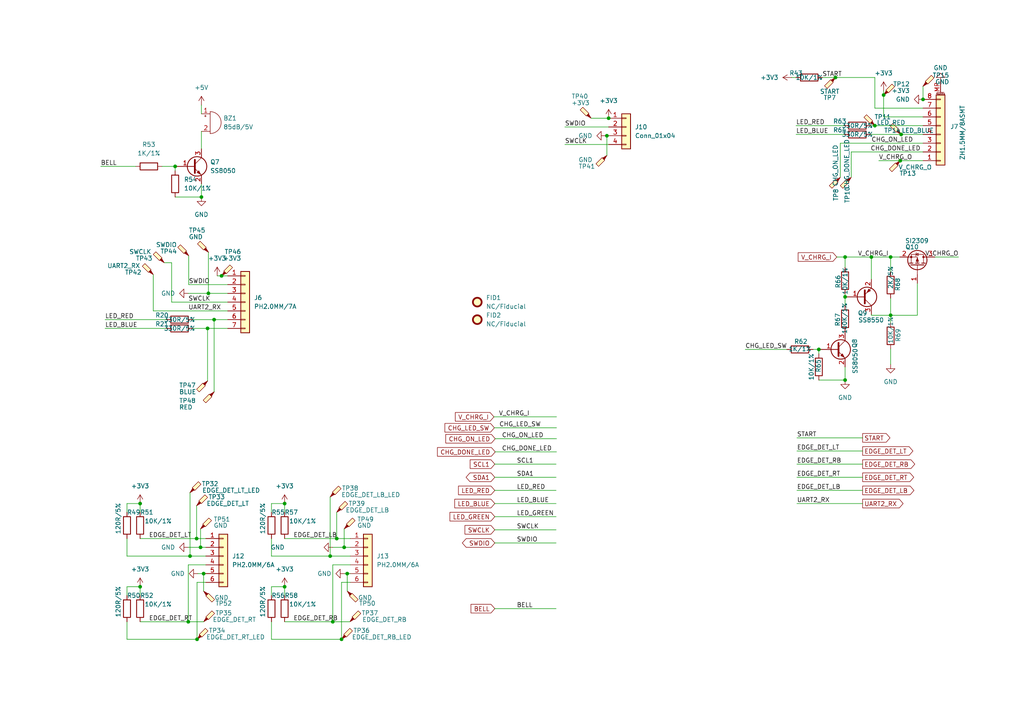
<source format=kicad_sch>
(kicad_sch (version 20231120) (generator "eeschema") (generator_version "8.0")
  (paper "A4")
  (lib_symbols
    (symbol "Connector:TestPoint_Probe" (pin_numbers hide) (pin_names (offset 0.762) hide)
      (property "Reference" "TP" (at 1.651 5.842 0))
      (property "Value" "TestPoint_Probe" (at 1.651 4.064 0))
      (symbol "TestPoint_Probe_0_1"
        (polyline (pts (xy 1.27 0.762) (xy 0 0) (xy 0.762 1.27) (xy 1.27 0.762)) (fill (type outline)))
        (polyline (pts (xy 1.397 0.635) (xy 0.635 1.397) (xy 2.413 3.175) (xy 3.175 2.413) (xy 1.397 0.635)) (fill (type background)))
      )
      (symbol "TestPoint_Probe_1_1"
        (pin passive line (at 0 0 90) (length 0) (name "1") (number "1"))
      )
    )
    (symbol "Connector_Generic:Conn_01x04" (pin_names (offset 1.016) hide)
      (property "Reference" "J" (at 0 5.08 0))
      (property "Value" "Conn_01x04" (at 0 -7.62 0))
      (symbol "Conn_01x04_1_1"
        (rectangle (start -1.27 -4.953) (end 0 -5.207) (stroke (width 0.1524)))
        (rectangle (start -1.27 -2.413) (end 0 -2.667) (stroke (width 0.1524)))
        (rectangle (start -1.27 0.127) (end 0 -0.127) (stroke (width 0.1524)))
        (rectangle (start -1.27 2.667) (end 0 2.413) (stroke (width 0.1524)))
        (rectangle (start -1.27 3.81) (end 1.27 -6.35) (stroke (width 0.254)) (fill (type background)))
        (pin passive line (at -5.08 2.54 0) (length 3.81) (name "Pin_1") (number "1"))
        (pin passive line (at -5.08 0 0) (length 3.81) (name "Pin_2") (number "2"))
        (pin passive line (at -5.08 -2.54 0) (length 3.81) (name "Pin_3") (number "3"))
        (pin passive line (at -5.08 -5.08 0) (length 3.81) (name "Pin_4") (number "4"))
      )
    )
    (symbol "Connector_Generic:Conn_01x06" (pin_names (offset 1.016) hide)
      (property "Reference" "J" (at 0 7.62 0))
      (property "Value" "Conn_01x06" (at 0 -10.16 0))
      (symbol "Conn_01x06_1_1"
        (rectangle (start -1.27 -7.493) (end 0 -7.747) (stroke (width 0.1524)))
        (rectangle (start -1.27 -4.953) (end 0 -5.207) (stroke (width 0.1524)))
        (rectangle (start -1.27 -2.413) (end 0 -2.667) (stroke (width 0.1524)))
        (rectangle (start -1.27 0.127) (end 0 -0.127) (stroke (width 0.1524)))
        (rectangle (start -1.27 2.667) (end 0 2.413) (stroke (width 0.1524)))
        (rectangle (start -1.27 5.207) (end 0 4.953) (stroke (width 0.1524)))
        (rectangle (start -1.27 6.35) (end 1.27 -8.89) (stroke (width 0.254)) (fill (type background)))
        (pin passive line (at -5.08 5.08 0) (length 3.81) (name "Pin_1") (number "1"))
        (pin passive line (at -5.08 2.54 0) (length 3.81) (name "Pin_2") (number "2"))
        (pin passive line (at -5.08 0 0) (length 3.81) (name "Pin_3") (number "3"))
        (pin passive line (at -5.08 -2.54 0) (length 3.81) (name "Pin_4") (number "4"))
        (pin passive line (at -5.08 -5.08 0) (length 3.81) (name "Pin_5") (number "5"))
        (pin passive line (at -5.08 -7.62 0) (length 3.81) (name "Pin_6") (number "6"))
      )
    )
    (symbol "Connector_Generic:Conn_01x07" (pin_names (offset 1.016) hide)
      (property "Reference" "J" (at 0 10.16 0))
      (property "Value" "Conn_01x07" (at 0 -10.16 0))
      (symbol "Conn_01x07_1_1"
        (rectangle (start -1.27 -7.493) (end 0 -7.747) (stroke (width 0.1524)))
        (rectangle (start -1.27 -4.953) (end 0 -5.207) (stroke (width 0.1524)))
        (rectangle (start -1.27 -2.413) (end 0 -2.667) (stroke (width 0.1524)))
        (rectangle (start -1.27 0.127) (end 0 -0.127) (stroke (width 0.1524)))
        (rectangle (start -1.27 2.667) (end 0 2.413) (stroke (width 0.1524)))
        (rectangle (start -1.27 5.207) (end 0 4.953) (stroke (width 0.1524)))
        (rectangle (start -1.27 7.747) (end 0 7.493) (stroke (width 0.1524)))
        (rectangle (start -1.27 8.89) (end 1.27 -8.89) (stroke (width 0.254)) (fill (type background)))
        (pin passive line (at -5.08 7.62 0) (length 3.81) (name "Pin_1") (number "1"))
        (pin passive line (at -5.08 5.08 0) (length 3.81) (name "Pin_2") (number "2"))
        (pin passive line (at -5.08 2.54 0) (length 3.81) (name "Pin_3") (number "3"))
        (pin passive line (at -5.08 0 0) (length 3.81) (name "Pin_4") (number "4"))
        (pin passive line (at -5.08 -2.54 0) (length 3.81) (name "Pin_5") (number "5"))
        (pin passive line (at -5.08 -5.08 0) (length 3.81) (name "Pin_6") (number "6"))
        (pin passive line (at -5.08 -7.62 0) (length 3.81) (name "Pin_7") (number "7"))
      )
    )
    (symbol "Connector_Generic_MountingPin:Conn_01x08_MountingPin" (pin_names (offset 1.016) hide)
      (property "Reference" "J" (at 0 10.16 0))
      (property "Value" "Conn_01x08_MountingPin" (at 1.27 -12.7 0))
      (symbol "Conn_01x08_MountingPin_1_1"
        (rectangle (start -1.27 -10.033) (end 0 -10.287) (stroke (width 0.1524)))
        (rectangle (start -1.27 -7.493) (end 0 -7.747) (stroke (width 0.1524)))
        (rectangle (start -1.27 -4.953) (end 0 -5.207) (stroke (width 0.1524)))
        (rectangle (start -1.27 -2.413) (end 0 -2.667) (stroke (width 0.1524)))
        (rectangle (start -1.27 0.127) (end 0 -0.127) (stroke (width 0.1524)))
        (rectangle (start -1.27 2.667) (end 0 2.413) (stroke (width 0.1524)))
        (rectangle (start -1.27 5.207) (end 0 4.953) (stroke (width 0.1524)))
        (rectangle (start -1.27 7.747) (end 0 7.493) (stroke (width 0.1524)))
        (rectangle (start -1.27 8.89) (end 1.27 -11.43) (stroke (width 0.254)) (fill (type background)))
        (polyline (pts (xy -1.016 -12.192) (xy 1.016 -12.192)) (stroke (width 0.1524)))
        (text "Mounting" (at 0 -11.811 0) (effects (font (size 0.381 0.381))))
        (pin passive line (at -5.08 7.62 0) (length 3.81) (name "Pin_1") (number "1"))
        (pin passive line (at -5.08 5.08 0) (length 3.81) (name "Pin_2") (number "2"))
        (pin passive line (at -5.08 2.54 0) (length 3.81) (name "Pin_3") (number "3"))
        (pin passive line (at -5.08 0 0) (length 3.81) (name "Pin_4") (number "4"))
        (pin passive line (at -5.08 -2.54 0) (length 3.81) (name "Pin_5") (number "5"))
        (pin passive line (at -5.08 -5.08 0) (length 3.81) (name "Pin_6") (number "6"))
        (pin passive line (at -5.08 -7.62 0) (length 3.81) (name "Pin_7") (number "7"))
        (pin passive line (at -5.08 -10.16 0) (length 3.81) (name "Pin_8") (number "8"))
        (pin passive line (at 0 -15.24 90) (length 3.048) (name "MountPin") (number "MP"))
      )
    )
    (symbol "Device:Buzzer" (pin_names (offset 0.0254) hide)
      (property "Reference" "BZ" (at 3.81 1.27 0))
      (property "Value" "Buzzer" (at 3.81 -1.27 0))
      (symbol "Buzzer_0_1"
        (arc (start 0 -3.175) (mid 3.1612 0) (end 0 3.175))
        (polyline (pts (xy -1.651 1.905) (xy -1.143 1.905)))
        (polyline (pts (xy -1.397 2.159) (xy -1.397 1.651)))
        (polyline (pts (xy 0 3.175) (xy 0 -3.175)))
      )
      (symbol "Buzzer_1_1"
        (pin passive line (at -2.54 2.54 0) (length 2.54) (name "-") (number "1"))
        (pin passive line (at -2.54 -2.54 0) (length 2.54) (name "+") (number "2"))
      )
    )
    (symbol "Device:Q_NPN_BEC" (pin_names (offset 0) hide)
      (property "Reference" "Q" (at 5.08 1.27 0))
      (property "Value" "Q_NPN_BEC" (at 5.08 -1.27 0))
      (symbol "Q_NPN_BEC_0_1"
        (polyline (pts (xy 0.635 0.635) (xy 2.54 2.54)))
        (polyline (pts (xy 0.635 -0.635) (xy 2.54 -2.54) (xy 2.54 -2.54)))
        (polyline (pts (xy 0.635 1.905) (xy 0.635 -1.905) (xy 0.635 -1.905)) (stroke (width 0.508)))
        (polyline (pts (xy 1.27 -1.778) (xy 1.778 -1.27) (xy 2.286 -2.286) (xy 1.27 -1.778) (xy 1.27 -1.778)) (fill (type outline)))
        (circle (center 1.27 0) (radius 2.8194) (stroke (width 0.254)))
      )
      (symbol "Q_NPN_BEC_1_1"
        (pin input line (at -5.08 0 0) (length 5.715) (name "B") (number "1"))
        (pin passive line (at 2.54 -5.08 90) (length 2.54) (name "E") (number "2"))
        (pin passive line (at 2.54 5.08 270) (length 2.54) (name "C") (number "3"))
      )
    )
    (symbol "Device:Q_PMOS_GSD" (pin_names (offset 0) hide)
      (property "Reference" "Q" (at 5.08 1.27 0))
      (property "Value" "Q_PMOS_GSD" (at 5.08 -1.27 0))
      (symbol "Q_PMOS_GSD_0_1"
        (polyline (pts (xy 0.254 0) (xy -2.54 0)))
        (polyline (pts (xy 0.254 1.905) (xy 0.254 -1.905)) (stroke (width 0.254)))
        (polyline (pts (xy 0.762 -1.27) (xy 0.762 -2.286)) (stroke (width 0.254)))
        (polyline (pts (xy 0.762 0.508) (xy 0.762 -0.508)) (stroke (width 0.254)))
        (polyline (pts (xy 0.762 2.286) (xy 0.762 1.27)) (stroke (width 0.254)))
        (polyline (pts (xy 2.54 2.54) (xy 2.54 1.778)))
        (polyline (pts (xy 2.54 -2.54) (xy 2.54 0) (xy 0.762 0)))
        (polyline (pts (xy 0.762 1.778) (xy 3.302 1.778) (xy 3.302 -1.778) (xy 0.762 -1.778)))
        (polyline (pts (xy 2.286 0) (xy 1.27 0.381) (xy 1.27 -0.381) (xy 2.286 0)) (fill (type outline)))
        (polyline (pts (xy 2.794 -0.508) (xy 2.921 -0.381) (xy 3.683 -0.381) (xy 3.81 -0.254)))
        (polyline (pts (xy 3.302 -0.381) (xy 2.921 0.254) (xy 3.683 0.254) (xy 3.302 -0.381)))
        (circle (center 1.651 0) (radius 2.794) (stroke (width 0.254)))
        (circle (center 2.54 -1.778) (radius 0.254) (fill (type outline)))
        (circle (center 2.54 1.778) (radius 0.254) (fill (type outline)))
      )
      (symbol "Q_PMOS_GSD_1_1"
        (pin input line (at -5.08 0 0) (length 2.54) (name "G") (number "1"))
        (pin passive line (at 2.54 -5.08 90) (length 2.54) (name "S") (number "2"))
        (pin passive line (at 2.54 5.08 270) (length 2.54) (name "D") (number "3"))
      )
    )
    (symbol "Device:Q_PNP_BEC" (pin_names (offset 0) hide)
      (property "Reference" "Q" (at 5.08 1.27 0))
      (property "Value" "Q_PNP_BEC" (at 5.08 -1.27 0))
      (symbol "Q_PNP_BEC_0_1"
        (polyline (pts (xy 0.635 0.635) (xy 2.54 2.54)))
        (polyline (pts (xy 0.635 -0.635) (xy 2.54 -2.54) (xy 2.54 -2.54)))
        (polyline (pts (xy 0.635 1.905) (xy 0.635 -1.905) (xy 0.635 -1.905)) (stroke (width 0.508)))
        (polyline (pts (xy 2.286 -1.778) (xy 1.778 -2.286) (xy 1.27 -1.27) (xy 2.286 -1.778) (xy 2.286 -1.778)) (fill (type outline)))
        (circle (center 1.27 0) (radius 2.8194) (stroke (width 0.254)))
      )
      (symbol "Q_PNP_BEC_1_1"
        (pin input line (at -5.08 0 0) (length 5.715) (name "B") (number "1"))
        (pin passive line (at 2.54 -5.08 90) (length 2.54) (name "E") (number "2"))
        (pin passive line (at 2.54 5.08 270) (length 2.54) (name "C") (number "3"))
      )
    )
    (symbol "Device:R" (pin_numbers hide) (pin_names (offset 0))
      (property "Reference" "R" (at 2.032 0 90))
      (property "Value" "R" (at 0 0 90))
      (symbol "R_0_1"
        (rectangle (start -1.016 -2.54) (end 1.016 2.54) (stroke (width 0.254)))
      )
      (symbol "R_1_1"
        (pin passive line (at 0 3.81 270) (length 1.27) (name "~") (number "1"))
        (pin passive line (at 0 -3.81 90) (length 1.27) (name "~") (number "2"))
      )
    )
    (symbol "Mechanical:Fiducial"
      (property "Reference" "FID" (at 0 5.08 0))
      (property "Value" "Fiducial" (at 0 3.175 0))
      (symbol "Fiducial_0_1"
        (circle (center 0 0) (radius 1.27) (stroke (width 0.508)) (fill (type background)))
      )
    )
    (symbol "power:+3V3" (power) (pin_names (offset 0))
      (property "Value" "+3V3" (at 0 3.556 0))
      (symbol "+3V3_0_1"
        (polyline (pts (xy -0.762 1.27) (xy 0 2.54)))
        (polyline (pts (xy 0 0) (xy 0 2.54)))
        (polyline (pts (xy 0 2.54) (xy 0.762 1.27)))
      )
      (symbol "+3V3_1_1"
        (pin power_in line (at 0 0 90) (length 0) hide (name "+3V3") (number "1"))
      )
    )
    (symbol "power:+5V" (power) (pin_names (offset 0))
      (property "Value" "+5V" (at 0 3.556 0))
      (symbol "+5V_0_1"
        (polyline (pts (xy -0.762 1.27) (xy 0 2.54)))
        (polyline (pts (xy 0 0) (xy 0 2.54)))
        (polyline (pts (xy 0 2.54) (xy 0.762 1.27)))
      )
      (symbol "+5V_1_1"
        (pin power_in line (at 0 0 90) (length 0) hide (name "+5V") (number "1"))
      )
    )
    (symbol "power:GND" (power) (pin_names (offset 0))
      (property "Value" "GND" (at 0 -3.81 0))
      (symbol "GND_0_1"
        (polyline (pts (xy 0 0) (xy 0 -1.27) (xy 1.27 -1.27) (xy 0 -2.54) (xy -1.27 -1.27) (xy 0 -1.27)))
      )
      (symbol "GND_1_1"
        (pin power_in line (at 0 0 270) (length 0) hide (name "GND") (number "1"))
      )
    )
  )
  (junction (at 267.716 28.829))
  (junction (at 256.286 27.559))
  (junction (at 57.15 185.42))
  (junction (at 95.758 161.29))
  (junction (at 97.663 156.21))
  (junction (at 58.166 158.75))
  (junction (at 62.103 92.71))
  (junction (at 258.318 91.44))
  (junction (at 176.53 34.29))
  (junction (at 237.49 101.346))
  (junction (at 64.262 80.01))
  (junction (at 60.198 95.25))
  (junction (at 100.711 166.37))
  (junction (at 99.06 185.42))
  (junction (at 60.452 85.09))
  (junction (at 82.55 170.18))
  (junction (at 176.022 39.37))
  (junction (at 40.64 146.05))
  (junction (at 245.11 110.236))
  (junction (at 57.023 156.21))
  (junction (at 40.64 170.18))
  (junction (at 99.822 158.75))
  (junction (at 58.42 57.15))
  (junction (at 59.055 166.37))
  (junction (at 261.112 46.609))
  (junction (at 50.8 48.26))
  (junction (at 242.316 22.479))
  (junction (at 245.11 86.106))
  (junction (at 253.746 36.449))
  (junction (at 82.55 146.05))
  (junction (at 245.11 74.549))
  (junction (at 258.318 74.549))
  (junction (at 261.366 38.989))
  (junction (at 96.52 180.34))
  (junction (at 252.73 74.549))
  (junction (at 54.61 180.34))
  (junction (at 55.118 161.29))
  (wire (pts (xy 243.713 41.529) (xy 267.716 41.529)))
  (wire (pts (xy 82.55 156.21) (xy 97.663 156.21)))
  (wire (pts (xy 238.506 22.479) (xy 242.316 22.479)))
  (wire (pts (xy 97.663 148.59) (xy 97.663 156.21)))
  (wire (pts (xy 60.198 95.25) (xy 66.04 95.25)))
  (wire (pts (xy 99.06 185.42) (xy 99.06 168.91)))
  (wire (pts (xy 36.83 156.21) (xy 36.83 161.29)))
  (wire (pts (xy 231.14 138.43) (xy 250.19 138.43)))
  (wire (pts (xy 245.11 86.106) (xy 245.11 88.646)))
  (wire (pts (xy 245.11 74.549) (xy 245.11 77.597)))
  (wire (pts (xy 261.112 46.609) (xy 267.716 46.609)))
  (wire (pts (xy 62.992 80.01) (xy 64.262 80.01)))
  (wire (pts (xy 60.452 85.09) (xy 66.04 85.09)))
  (wire (pts (xy 57.023 156.21) (xy 59.69 156.21)))
  (wire (pts (xy 143.51 176.53) (xy 161.29 176.53)))
  (wire (pts (xy 143.51 157.48) (xy 161.29 157.48)))
  (wire (pts (xy 99.822 153.416) (xy 99.822 158.75)))
  (wire (pts (xy 231.14 127) (xy 250.19 127)))
  (wire (pts (xy 44.45 79.629) (xy 44.45 90.17)))
  (wire (pts (xy 54.61 180.34) (xy 59.055 180.34)))
  (wire (pts (xy 54.737 74.168) (xy 54.737 82.55)))
  (wire (pts (xy 252.476 36.449) (xy 253.746 36.449)))
  (wire (pts (xy 258.318 91.44) (xy 266.065 91.44)))
  (wire (pts (xy 97.663 156.21) (xy 101.6 156.21)))
  (wire (pts (xy 54.61 163.83) (xy 59.69 163.83)))
  (wire (pts (xy 252.476 38.989) (xy 261.366 38.989)))
  (wire (pts (xy 36.83 172.72) (xy 36.83 170.18)))
  (wire (pts (xy 36.83 148.59) (xy 36.83 146.05)))
  (wire (pts (xy 95.758 144.145) (xy 95.758 161.29)))
  (wire (pts (xy 59.055 171.45) (xy 59.055 166.37)))
  (wire (pts (xy 96.52 180.34) (xy 101.473 180.34)))
  (wire (pts (xy 243.713 51.435) (xy 243.713 41.529)))
  (wire (pts (xy 235.839 101.346) (xy 237.49 101.346)))
  (wire (pts (xy 58.42 38.1) (xy 58.42 43.18)))
  (wire (pts (xy 163.83 41.91) (xy 176.53 41.91)))
  (wire (pts (xy 55.88 92.71) (xy 62.103 92.71)))
  (wire (pts (xy 143.383 124.079) (xy 161.417 124.079)))
  (wire (pts (xy 36.83 185.42) (xy 57.15 185.42)))
  (wire (pts (xy 245.11 74.549) (xy 252.73 74.549)))
  (wire (pts (xy 36.83 161.29) (xy 55.118 161.29)))
  (wire (pts (xy 253.746 22.479) (xy 253.746 31.369)))
  (wire (pts (xy 58.166 153.416) (xy 58.166 158.75)))
  (wire (pts (xy 60.198 95.25) (xy 60.198 110.49)))
  (wire (pts (xy 245.11 85.217) (xy 245.11 86.106)))
  (wire (pts (xy 163.83 36.83) (xy 176.53 36.83)))
  (wire (pts (xy 258.318 74.549) (xy 260.985 74.549)))
  (wire (pts (xy 100.711 166.37) (xy 101.6 166.37)))
  (wire (pts (xy 231.14 134.62) (xy 250.19 134.62)))
  (wire (pts (xy 50.8 48.26) (xy 50.8 49.53)))
  (wire (pts (xy 99.949 166.37) (xy 100.711 166.37)))
  (wire (pts (xy 78.74 185.42) (xy 99.06 185.42)))
  (wire (pts (xy 258.318 91.44) (xy 258.318 93.599)))
  (wire (pts (xy 60.452 73.152) (xy 60.452 85.09)))
  (wire (pts (xy 78.74 146.05) (xy 82.55 146.05)))
  (wire (pts (xy 176.022 39.37) (xy 176.53 39.37)))
  (wire (pts (xy 143.51 142.24) (xy 161.29 142.24)))
  (wire (pts (xy 57.15 168.91) (xy 59.69 168.91)))
  (wire (pts (xy 78.74 148.59) (xy 78.74 146.05)))
  (wire (pts (xy 246.888 51.435) (xy 246.888 44.069)))
  (wire (pts (xy 44.45 90.17) (xy 66.04 90.17)))
  (wire (pts (xy 143.51 146.05) (xy 161.29 146.05)))
  (wire (pts (xy 256.286 27.559) (xy 256.286 33.909)))
  (wire (pts (xy 62.103 92.71) (xy 62.103 113.665)))
  (wire (pts (xy 58.42 30.48) (xy 58.42 33.02)))
  (wire (pts (xy 256.286 26.289) (xy 256.286 27.559)))
  (wire (pts (xy 82.55 146.05) (xy 82.55 148.59)))
  (wire (pts (xy 252.73 74.549) (xy 258.318 74.549)))
  (wire (pts (xy 261.366 38.989) (xy 267.716 38.989)))
  (wire (pts (xy 47.625 76.2) (xy 49.784 76.2)))
  (wire (pts (xy 58.42 53.34) (xy 58.42 57.15)))
  (wire (pts (xy 49.784 76.2) (xy 49.784 87.63)))
  (wire (pts (xy 256.286 33.909) (xy 267.716 33.909)))
  (wire (pts (xy 231.14 142.24) (xy 250.19 142.24)))
  (wire (pts (xy 46.99 48.26) (xy 50.8 48.26)))
  (wire (pts (xy 54.61 85.09) (xy 60.452 85.09)))
  (wire (pts (xy 230.886 38.989) (xy 244.856 38.989)))
  (wire (pts (xy 57.404 166.37) (xy 59.055 166.37)))
  (wire (pts (xy 78.74 172.72) (xy 78.74 170.18)))
  (wire (pts (xy 40.64 156.21) (xy 57.023 156.21)))
  (wire (pts (xy 95.758 161.29) (xy 101.6 161.29)))
  (wire (pts (xy 229.616 22.479) (xy 230.886 22.479)))
  (wire (pts (xy 54.737 82.55) (xy 66.04 82.55)))
  (wire (pts (xy 258.318 86.487) (xy 258.318 91.44)))
  (wire (pts (xy 246.888 44.069) (xy 267.716 44.069)))
  (wire (pts (xy 143.51 153.67) (xy 161.29 153.67)))
  (wire (pts (xy 216.154 101.346) (xy 228.219 101.346)))
  (wire (pts (xy 231.14 146.05) (xy 250.19 146.05)))
  (wire (pts (xy 30.48 92.71) (xy 48.26 92.71)))
  (wire (pts (xy 100.711 171.45) (xy 100.711 166.37)))
  (wire (pts (xy 40.64 146.05) (xy 40.64 148.59)))
  (wire (pts (xy 58.166 158.75) (xy 54.61 158.75)))
  (wire (pts (xy 59.055 166.37) (xy 59.69 166.37)))
  (wire (pts (xy 101.6 158.75) (xy 99.822 158.75)))
  (wire (pts (xy 40.64 170.18) (xy 40.64 172.72)))
  (wire (pts (xy 175.641 39.37) (xy 176.022 39.37)))
  (wire (pts (xy 242.316 22.479) (xy 253.746 22.479)))
  (wire (pts (xy 50.8 57.15) (xy 58.42 57.15)))
  (wire (pts (xy 143.637 127.254) (xy 161.417 127.254)))
  (wire (pts (xy 143.51 149.86) (xy 161.29 149.86)))
  (wire (pts (xy 266.065 82.169) (xy 266.065 91.44)))
  (wire (pts (xy 29.21 48.26) (xy 39.37 48.26)))
  (wire (pts (xy 143.256 120.904) (xy 161.417 120.904)))
  (wire (pts (xy 36.83 180.34) (xy 36.83 185.42)))
  (wire (pts (xy 176.022 45.085) (xy 176.022 39.37)))
  (wire (pts (xy 55.88 95.25) (xy 60.198 95.25)))
  (wire (pts (xy 99.06 168.91) (xy 101.6 168.91)))
  (wire (pts (xy 78.74 161.29) (xy 95.758 161.29)))
  (wire (pts (xy 59.69 158.75) (xy 58.166 158.75)))
  (wire (pts (xy 237.49 101.346) (xy 237.49 102.616)))
  (wire (pts (xy 143.637 131.064) (xy 161.417 131.064)))
  (wire (pts (xy 82.55 170.18) (xy 82.55 172.72)))
  (wire (pts (xy 231.14 130.81) (xy 250.19 130.81)))
  (wire (pts (xy 253.746 36.449) (xy 267.716 36.449)))
  (wire (pts (xy 278.003 74.549) (xy 271.145 74.549)))
  (wire (pts (xy 253.746 31.369) (xy 267.716 31.369)))
  (wire (pts (xy 78.74 170.18) (xy 82.55 170.18)))
  (wire (pts (xy 82.55 180.34) (xy 96.52 180.34)))
  (wire (pts (xy 36.83 170.18) (xy 40.64 170.18)))
  (wire (pts (xy 237.49 110.236) (xy 245.11 110.236)))
  (wire (pts (xy 30.48 95.25) (xy 48.26 95.25)))
  (wire (pts (xy 55.118 142.875) (xy 55.118 161.29)))
  (wire (pts (xy 57.023 146.685) (xy 57.023 156.21)))
  (wire (pts (xy 36.83 146.05) (xy 40.64 146.05)))
  (wire (pts (xy 62.103 92.71) (xy 66.04 92.71)))
  (wire (pts (xy 258.318 101.219) (xy 258.318 105.664)))
  (wire (pts (xy 55.118 161.29) (xy 59.69 161.29)))
  (wire (pts (xy 242.697 74.549) (xy 245.11 74.549)))
  (wire (pts (xy 57.15 185.42) (xy 57.15 168.91)))
  (wire (pts (xy 254.889 46.609) (xy 261.112 46.609)))
  (wire (pts (xy 171.45 34.29) (xy 176.53 34.29)))
  (wire (pts (xy 252.73 91.44) (xy 258.318 91.44)))
  (wire (pts (xy 54.61 180.34) (xy 54.61 163.83)))
  (wire (pts (xy 252.73 74.549) (xy 252.73 81.026)))
  (wire (pts (xy 252.73 91.44) (xy 252.73 91.186)))
  (wire (pts (xy 64.262 80.01) (xy 66.04 80.01)))
  (wire (pts (xy 143.51 138.43) (xy 161.29 138.43)))
  (wire (pts (xy 245.11 106.426) (xy 245.11 110.236)))
  (wire (pts (xy 78.74 156.21) (xy 78.74 161.29)))
  (wire (pts (xy 230.886 36.449) (xy 244.856 36.449)))
  (wire (pts (xy 143.51 134.62) (xy 161.29 134.62)))
  (wire (pts (xy 267.716 28.829) (xy 267.716 25.019)))
  (wire (pts (xy 49.784 87.63) (xy 66.04 87.63)))
  (wire (pts (xy 96.52 163.83) (xy 101.6 163.83)))
  (wire (pts (xy 96.52 180.34) (xy 96.52 163.83)))
  (wire (pts (xy 78.74 180.34) (xy 78.74 185.42)))
  (wire (pts (xy 258.318 74.549) (xy 258.318 78.867)))
  (wire (pts (xy 40.64 180.34) (xy 54.61 180.34)))
  (wire (pts (xy 99.822 158.75) (xy 96.52 158.75)))
  (label "SWCLK" (at 149.86 153.67 0))
  (label "BELL" (at 29.21 48.26 0))
  (label "EDGE_DET_RB" (at 85.09 180.34 0))
  (label "SWDIO" (at 149.86 157.48 0))
  (label "EDGE_DET_RT" (at 231.14 138.43 0))
  (label "SDA1" (at 149.86 138.43 0))
  (label "EDGE_DET_LB" (at 231.14 142.24 0))
  (label "EDGE_DET_LT" (at 43.18 156.21 0))
  (label "LED_RED" (at 30.48 92.71 0))
  (label "EDGE_DET_RB" (at 231.14 134.62 0))
  (label "LED_RED" (at 230.886 36.449 0))
  (label "LED_RED" (at 149.86 142.24 0))
  (label "SWDIO" (at 163.83 36.83 0))
  (label "CHG_ON_LED" (at 145.542 127.254 0))
  (label "V_CHRG_I" (at 248.793 74.549 0))
  (label "EDGE_DET_LT" (at 231.14 130.81 0))
  (label "SWCLK" (at 163.83 41.91 0))
  (label "START" (at 238.506 22.479 0))
  (label "UART2_RX" (at 231.14 146.05 0))
  (label "BELL" (at 149.86 176.53 0))
  (label "EDGE_DET_RT" (at 43.18 180.34 0))
  (label "UART2_RX" (at 54.61 90.17 0))
  (label "CHG_LED_SW" (at 216.154 101.346 0))
  (label "LED_BLUE" (at 149.86 146.05 0))
  (label "EDGE_DET_LB" (at 85.09 156.21 0))
  (label "LED_BLUE" (at 230.886 38.989 0))
  (label "START" (at 231.14 127 0))
  (label "SWCLK" (at 54.61 87.63 0))
  (label "CHG_LED_SW" (at 144.78 124.079 0))
  (label "CHG_DONE_LED" (at 252.476 44.069 0))
  (label "SWDIO" (at 54.737 82.55 0))
  (label "CHG_ON_LED" (at 252.73 41.529 0))
  (label "LED_GREEN" (at 149.86 149.86 0))
  (label "V_CHRG_I" (at 144.653 120.904 0))
  (label "V_CHRG_O" (at 278.003 74.549 180))
  (label "SCL1" (at 149.86 134.62 0))
  (label "CHG_DONE_LED" (at 145.542 131.064 0))
  (label "LED_BLUE" (at 30.48 95.25 0))
  (label "V_CHRG_O" (at 254.889 46.609 0))
  (global_label "LED_GREEN" (shape input) (at 143.51 149.86 180) (property "Intersheetrefs" "${INTERSHEET_REFS}" (effects (hide yes))))
  (global_label "SDA1" (shape bidirectional) (at 143.51 138.43 180) (property "Intersheetrefs" "${INTERSHEET_REFS}" (effects (hide yes))))
  (global_label "LED_RED" (shape input) (at 143.51 142.24 180) (property "Intersheetrefs" "${INTERSHEET_REFS}" (effects (hide yes))))
  (global_label "EDGE_DET_RT" (shape output) (at 250.19 138.43 0) (property "Intersheetrefs" "${INTERSHEET_REFS}" (effects (hide yes))))
  (global_label "SWDIO" (shape bidirectional) (at 143.51 157.48 180) (property "Intersheetrefs" "${INTERSHEET_REFS}" (effects (hide yes))))
  (global_label "EDGE_DET_LT" (shape output) (at 250.19 130.81 0) (property "Intersheetrefs" "${INTERSHEET_REFS}" (effects (hide yes))))
  (global_label "EDGE_DET_LB" (shape output) (at 250.19 142.24 0) (property "Intersheetrefs" "${INTERSHEET_REFS}" (effects (hide yes))))
  (global_label "START" (shape output) (at 250.19 127 0) (property "Intersheetrefs" "${INTERSHEET_REFS}" (effects (hide yes))))
  (global_label "SWCLK" (shape input) (at 143.51 153.67 180) (property "Intersheetrefs" "${INTERSHEET_REFS}" (effects (hide yes))))
  (global_label "V_CHRG_I" (shape input) (at 242.697 74.549 180) (property "Intersheetrefs" "${INTERSHEET_REFS}" (effects (hide yes))))
  (global_label "CHG_ON_LED" (shape input) (at 143.637 127.254 180) (property "Intersheetrefs" "${INTERSHEET_REFS}" (effects (hide yes))))
  (global_label "SCL1" (shape input) (at 143.51 134.62 180) (property "Intersheetrefs" "${INTERSHEET_REFS}" (effects (hide yes))))
  (global_label "LED_BLUE" (shape input) (at 143.51 146.05 180) (property "Intersheetrefs" "${INTERSHEET_REFS}" (effects (hide yes))))
  (global_label "EDGE_DET_RB" (shape output) (at 250.19 134.62 0) (property "Intersheetrefs" "${INTERSHEET_REFS}" (effects (hide yes))))
  (global_label "UART2_RX" (shape output) (at 250.19 146.05 0) (property "Intersheetrefs" "${INTERSHEET_REFS}" (effects (hide yes))))
  (global_label "CHG_LED_SW" (shape input) (at 143.383 124.079 180) (property "Intersheetrefs" "${INTERSHEET_REFS}" (effects (hide yes))))
  (global_label "CHG_DONE_LED" (shape input) (at 143.637 131.064 180) (property "Intersheetrefs" "${INTERSHEET_REFS}" (effects (hide yes))))
  (global_label "V_CHRG_I" (shape input) (at 143.256 120.904 180) (property "Intersheetrefs" "${INTERSHEET_REFS}" (effects (hide yes))))
  (global_label "BELL" (shape input) (at 143.51 176.53 180) (property "Intersheetrefs" "${INTERSHEET_REFS}" (effects (hide yes))))
  (symbol (lib_id "Connector:TestPoint_Probe") (at 47.625 76.2 90) (unit 1)
    (property "Reference" "TP43" (at 39.37 74.93 90) (effects (justify right)))
    (property "Value" "SWCLK" (at 37.465 73.025 90) (effects (justify right)))
    (property "Footprint" "TestPoint:TestPoint_Pad_D1.0mm" (effects (hide yes)))
  )
  (symbol (lib_id "Device:R") (at 40.64 152.4 0) (unit 1)
    (property "Reference" "R51" (at 40.64 148.59 0) (effects (justify left)))
    (property "Value" "10K/1%" (at 41.91 151.13 0) (effects (justify left)))
    (property "Footprint" "Resistor_SMD:R_0603_1608Metric" (effects (hide yes)))
  )
  (symbol (lib_id "Connector:TestPoint_Probe") (at 62.103 113.665 180) (unit 1)
    (property "Reference" "TP48" (at 51.943 116.205 0) (effects (justify right)))
    (property "Value" "RED" (at 51.943 118.11 0) (effects (justify right)))
    (property "Footprint" "TestPoint:TestPoint_Pad_D1.0mm" (effects (hide yes)))
  )
  (symbol (lib_id "power:+3V3") (at 82.55 146.05 0) (unit 1)
    (property "Reference" "#PWR0205" (effects (hide yes)))
    (property "Value" "+3V3" (at 82.55 140.97 0))
  )
  (symbol (lib_id "Device:R") (at 234.696 22.479 90) (unit 1)
    (property "Reference" "R43" (at 230.886 21.209 90))
    (property "Value" "10K/1%" (at 234.696 22.479 90))
    (property "Footprint" "Resistor_SMD:R_0603_1608Metric" (effects (hide yes)))
  )
  (symbol (lib_id "power:GND") (at 272.796 23.749 180) (unit 1)
    (property "Reference" "#PWR017" (effects (hide yes)))
    (property "Value" "GND" (at 272.796 19.685 0))
  )
  (symbol (lib_id "Connector:TestPoint_Probe") (at 99.06 185.42 0) (unit 1)
    (property "Reference" "TP36" (at 107.315 182.88 0) (effects (justify right)))
    (property "Value" "EDGE_DET_RB_LED" (at 119.38 184.785 0) (effects (justify right)))
    (property "Footprint" "TestPoint:TestPoint_Pad_D1.0mm" (effects (hide yes)))
  )
  (symbol (lib_id "Connector:TestPoint_Probe") (at 261.366 38.989 90) (unit 1)
    (property "Reference" "TP14" (at 258.826 37.846 90))
    (property "Value" "LED_BLUE" (at 266.192 37.846 90))
    (property "Footprint" "TestPoint:TestPoint_Pad_D1.0mm" (effects (hide yes)))
  )
  (symbol (lib_id "Device:R") (at 82.55 176.53 0) (unit 1)
    (property "Reference" "R58" (at 82.55 172.72 0) (effects (justify left)))
    (property "Value" "10K/1%" (at 83.82 175.26 0) (effects (justify left)))
    (property "Footprint" "Resistor_SMD:R_0603_1608Metric" (effects (hide yes)))
  )
  (symbol (lib_id "Device:R") (at 245.11 81.407 180) (unit 1)
    (property "Reference" "R66" (at 243.078 81.661 90))
    (property "Value" "10K/1%" (at 245.11 81.534 90))
    (property "Footprint" "Resistor_SMD:R_0603_1608Metric" (effects (hide yes)))
  )
  (symbol (lib_id "Connector:TestPoint_Probe") (at 176.022 45.085 180) (unit 1)
    (property "Reference" "TP41" (at 167.767 48.26 0) (effects (justify right)))
    (property "Value" "GND" (at 167.767 46.355 0) (effects (justify right)))
    (property "Footprint" "TestPoint:TestPoint_Pad_D1.0mm" (effects (hide yes)))
  )
  (symbol (lib_id "Connector:TestPoint_Probe") (at 60.198 110.49 180) (unit 1)
    (property "Reference" "TP47" (at 51.943 111.76 0) (effects (justify right)))
    (property "Value" "BLUE" (at 51.943 113.665 0) (effects (justify right)))
    (property "Footprint" "TestPoint:TestPoint_Pad_D1.0mm" (effects (hide yes)))
  )
  (symbol (lib_id "Device:R") (at 36.83 152.4 0) (unit 1)
    (property "Reference" "R49" (at 36.83 148.59 0) (effects (justify left)))
    (property "Value" "120R/5%" (at 34.29 154.94 90) (effects (justify left)))
    (property "Footprint" "Resistor_SMD:R_0603_1608Metric" (effects (hide yes)))
  )
  (symbol (lib_id "Connector:TestPoint_Probe") (at 246.888 51.435 180) (unit 1)
    (property "Reference" "TP10" (at 245.745 56.515 90))
    (property "Value" "CHG_DONE_LED" (at 245.618 47.625 90))
    (property "Footprint" "TestPoint:TestPoint_Pad_D1.0mm" (effects (hide yes)))
  )
  (symbol (lib_id "Connector:TestPoint_Probe") (at 59.055 180.34 0) (unit 1)
    (property "Reference" "TP35" (at 67.31 177.8 0) (effects (justify right)))
    (property "Value" "EDGE_DET_RT" (at 74.295 179.705 0) (effects (justify right)))
    (property "Footprint" "TestPoint:TestPoint_Pad_D1.0mm" (effects (hide yes)))
  )
  (symbol (lib_id "Connector_Generic:Conn_01x06") (at 106.68 161.29 0) (unit 1)
    (property "Reference" "J13" (at 109.22 161.2899 0) (effects (justify left)))
    (property "Value" "PH2.0MM/6A" (at 109.22 163.8299 0) (effects (justify left)))
    (property "Footprint" "Connector_JST:JST_PH_B6B-PH-K_1x06_P2.00mm_Vertical" (effects (hide yes)))
  )
  (symbol (lib_id "Device:R") (at 52.07 92.71 90) (unit 1)
    (property "Reference" "R20" (at 46.99 91.44 90))
    (property "Value" "330R/5%" (at 52.07 92.71 90))
    (property "Footprint" "Resistor_SMD:R_0603_1608Metric" (effects (hide yes)))
  )
  (symbol (lib_id "power:+3V3") (at 40.64 146.05 0) (unit 1)
    (property "Reference" "#PWR0206" (effects (hide yes)))
    (property "Value" "+3V3" (at 40.64 140.97 0))
  )
  (symbol (lib_id "power:+3V3") (at 256.286 26.289 0) (unit 1)
    (property "Reference" "#PWR013" (effects (hide yes)))
    (property "Value" "+3V3" (at 256.286 21.209 0))
  )
  (symbol (lib_id "power:GND") (at 54.61 158.75 270) (unit 1)
    (property "Reference" "#PWR0216" (effects (hide yes)))
    (property "Value" "GND" (at 50.8 158.75 90) (effects (justify right)))
  )
  (symbol (lib_id "Device:R") (at 40.64 176.53 0) (unit 1)
    (property "Reference" "R52" (at 40.64 172.72 0) (effects (justify left)))
    (property "Value" "10K/1%" (at 41.91 175.26 0) (effects (justify left)))
    (property "Footprint" "Resistor_SMD:R_0603_1608Metric" (effects (hide yes)))
  )
  (symbol (lib_id "Device:R") (at 237.49 106.426 0) (unit 1)
    (property "Reference" "R65" (at 237.363 108.077 90) (effects (justify left)))
    (property "Value" "10K/1%" (at 235.331 110.363 90) (effects (justify left)))
    (property "Footprint" "Resistor_SMD:R_0603_1608Metric" (effects (hide yes)))
  )
  (symbol (lib_id "Device:R") (at 36.83 176.53 0) (unit 1)
    (property "Reference" "R50" (at 36.83 172.72 0) (effects (justify left)))
    (property "Value" "120R/5%" (at 34.29 179.07 90) (effects (justify left)))
    (property "Footprint" "Resistor_SMD:R_0603_1608Metric" (effects (hide yes)))
  )
  (symbol (lib_id "Connector:TestPoint_Probe") (at 54.737 74.168 90) (unit 1)
    (property "Reference" "TP44" (at 46.482 72.898 90) (effects (justify right)))
    (property "Value" "SWDIO" (at 45.212 70.993 90) (effects (justify right)))
    (property "Footprint" "TestPoint:TestPoint_Pad_D1.0mm" (effects (hide yes)))
  )
  (symbol (lib_id "Connector:TestPoint_Probe") (at 261.112 46.609 180) (unit 1)
    (property "Reference" "TP13" (at 263.271 50.292 0))
    (property "Value" "V_CHRG_O" (at 265.43 48.514 0))
    (property "Footprint" "TestPoint:TestPoint_Pad_D1.0mm" (effects (hide yes)))
  )
  (symbol (lib_id "power:+3V3") (at 62.992 80.01 0) (unit 1)
    (property "Reference" "#PWR0114" (effects (hide yes)))
    (property "Value" "+3V3" (at 62.992 74.93 0))
  )
  (symbol (lib_id "Connector_Generic:Conn_01x06") (at 64.77 161.29 0) (unit 1)
    (property "Reference" "J12" (at 67.31 161.2899 0) (effects (justify left)))
    (property "Value" "PH2.0MM/6A" (at 67.31 163.8299 0) (effects (justify left)))
    (property "Footprint" "Connector_JST:JST_PH_B6B-PH-K_1x06_P2.00mm_Vertical" (effects (hide yes)))
  )
  (symbol (lib_id "Connector:TestPoint_Probe") (at 57.023 146.685 0) (unit 1)
    (property "Reference" "TP33" (at 65.278 144.145 0) (effects (justify right)))
    (property "Value" "EDGE_DET_LT" (at 72.263 146.05 0) (effects (justify right)))
    (property "Footprint" "TestPoint:TestPoint_Pad_D1.0mm" (effects (hide yes)))
  )
  (symbol (lib_id "Device:Q_PNP_BEC") (at 250.19 86.106 0) (mirror x) (unit 1)
    (property "Reference" "Q9" (at 248.793 90.805 0) (effects (justify left)))
    (property "Value" "SS8550" (at 248.92 92.837 0) (effects (justify left)))
    (property "Footprint" "Package_TO_SOT_SMD:SOT-23" (effects (hide yes)))
  )
  (symbol (lib_id "Device:R") (at 258.318 97.409 180) (unit 1)
    (property "Reference" "R69" (at 260.477 99.187 90) (effects (justify right)))
    (property "Value" "10K/1%" (at 258.318 99.695 90) (effects (justify right)))
    (property "Footprint" "Resistor_SMD:R_0603_1608Metric" (effects (hide yes)))
  )
  (symbol (lib_id "Device:Buzzer") (at 60.96 35.56 0) (unit 1)
    (property "Reference" "BZ1" (at 64.77 34.2899 0) (effects (justify left)))
    (property "Value" "85dB/5V" (at 64.77 36.8299 0) (effects (justify left)))
    (property "Footprint" "Buzzer_Beeper:Buzzer_12x9.5RM7.6" (effects (hide yes)))
  )
  (symbol (lib_id "Device:Q_NPN_BEC") (at 55.88 48.26 0) (unit 1)
    (property "Reference" "Q7" (at 60.96 46.9899 0) (effects (justify left)))
    (property "Value" "SS8050" (at 60.96 49.5299 0) (effects (justify left)))
    (property "Footprint" "Package_TO_SOT_SMD:SOT-23" (effects (hide yes)))
  )
  (symbol (lib_id "power:+5V") (at 58.42 30.48 0) (unit 1)
    (property "Reference" "#PWR0219" (effects (hide yes)))
    (property "Value" "+5V" (at 58.42 25.4 0))
  )
  (symbol (lib_id "Connector:TestPoint_Probe") (at 57.15 185.42 0) (unit 1)
    (property "Reference" "TP34" (at 65.405 182.88 0) (effects (justify right)))
    (property "Value" "EDGE_DET_RT_LED" (at 76.835 184.785 0) (effects (justify right)))
    (property "Footprint" "TestPoint:TestPoint_Pad_D1.0mm" (effects (hide yes)))
  )
  (symbol (lib_id "Connector:TestPoint_Probe") (at 100.711 171.45 270) (unit 1)
    (property "Reference" "TP50" (at 108.966 175.006 90) (effects (justify right)))
    (property "Value" "GND" (at 107.95 173.355 90) (effects (justify right)))
    (property "Footprint" "TestPoint:TestPoint_Pad_D1.0mm" (effects (hide yes)))
  )
  (symbol (lib_id "Connector:TestPoint_Probe") (at 95.758 144.145 0) (unit 1)
    (property "Reference" "TP38" (at 104.013 141.605 0) (effects (justify right)))
    (property "Value" "EDGE_DET_LB_LED" (at 116.078 143.51 0) (effects (justify right)))
    (property "Footprint" "TestPoint:TestPoint_Pad_D1.0mm" (effects (hide yes)))
  )
  (symbol (lib_id "Connector_Generic:Conn_01x07") (at 71.12 87.63 0) (unit 1)
    (property "Reference" "J6" (at 73.66 86.3599 0) (effects (justify left)))
    (property "Value" "PH2.0MM/7A" (at 73.66 88.8999 0) (effects (justify left)))
    (property "Footprint" "Connector_JST:JST_PH_B7B-PH-K_1x07_P2.00mm_Vertical" (effects (hide yes)))
  )
  (symbol (lib_id "Device:R") (at 245.11 92.456 180) (unit 1)
    (property "Reference" "R67" (at 242.951 92.71 90))
    (property "Value" "100K/1%" (at 244.983 92.329 90))
    (property "Footprint" "Resistor_SMD:R_0603_1608Metric" (effects (hide yes)))
  )
  (symbol (lib_id "Mechanical:Fiducial") (at 138.43 87.63 0) (unit 1)
    (property "Reference" "FID1" (at 140.97 86.3599 0) (effects (justify left)))
    (property "Value" "NC/Fiducial" (at 140.97 88.8999 0) (effects (justify left)))
    (property "Footprint" "Fiducial:Fiducial_1mm_Mask2mm" (effects (hide yes)))
  )
  (symbol (lib_id "Connector:TestPoint_Probe") (at 171.45 34.29 90) (unit 1)
    (property "Reference" "TP40" (at 165.735 27.94 90) (effects (justify right)))
    (property "Value" "+3V3" (at 165.735 29.845 90) (effects (justify right)))
    (property "Footprint" "TestPoint:TestPoint_Pad_D1.0mm" (effects (hide yes)))
  )
  (symbol (lib_id "Device:R") (at 52.07 95.25 90) (unit 1)
    (property "Reference" "R21" (at 46.99 93.98 90))
    (property "Value" "330R/5%" (at 52.07 95.25 90))
    (property "Footprint" "Resistor_SMD:R_0603_1608Metric" (effects (hide yes)))
  )
  (symbol (lib_id "power:GND") (at 267.716 28.829 270) (unit 1)
    (property "Reference" "#PWR014" (effects (hide yes)))
    (property "Value" "GND" (at 263.906 28.8289 90) (effects (justify right)))
  )
  (symbol (lib_id "power:+3V3") (at 40.64 170.18 0) (unit 1)
    (property "Reference" "#PWR0218" (effects (hide yes)))
    (property "Value" "+3V3" (at 40.64 165.1 0))
  )
  (symbol (lib_id "Connector:TestPoint_Probe") (at 44.45 79.629 90) (unit 1)
    (property "Reference" "TP42" (at 36.195 78.994 90) (effects (justify right)))
    (property "Value" "UART2_RX" (at 31.115 77.089 90) (effects (justify right)))
    (property "Footprint" "TestPoint:TestPoint_Pad_D1.0mm" (effects (hide yes)))
  )
  (symbol (lib_id "power:GND") (at 96.52 158.75 270) (unit 1)
    (property "Reference" "#PWR0212" (effects (hide yes)))
    (property "Value" "GND" (at 82.55 158.7499 90) (effects (justify right)))
  )
  (symbol (lib_id "Connector:TestPoint_Probe") (at 60.452 73.152 90) (unit 1)
    (property "Reference" "TP45" (at 54.737 66.802 90) (effects (justify right)))
    (property "Value" "GND" (at 54.737 68.707 90) (effects (justify right)))
    (property "Footprint" "TestPoint:TestPoint_Pad_D1.0mm" (effects (hide yes)))
  )
  (symbol (lib_id "Device:R") (at 248.666 36.449 90) (unit 1)
    (property "Reference" "R63" (at 243.586 35.179 90))
    (property "Value" "330R/5%" (at 248.666 36.449 90))
    (property "Footprint" "Resistor_SMD:R_0603_1608Metric" (effects (hide yes)))
  )
  (symbol (lib_id "power:+3V3") (at 176.53 34.29 0) (unit 1)
    (property "Reference" "#PWR0209" (effects (hide yes)))
    (property "Value" "+3V3" (at 176.53 29.21 0))
  )
  (symbol (lib_id "Connector:TestPoint_Probe") (at 253.746 36.449 90) (unit 1)
    (property "Reference" "TP11" (at 256.032 33.909 90))
    (property "Value" "LED_RED" (at 258.445 35.56 90))
    (property "Footprint" "TestPoint:TestPoint_Pad_D1.0mm" (effects (hide yes)))
  )
  (symbol (lib_id "Connector:TestPoint_Probe") (at 97.663 148.59 0) (unit 1)
    (property "Reference" "TP39" (at 105.918 146.05 0) (effects (justify right)))
    (property "Value" "EDGE_DET_LB" (at 112.903 147.955 0) (effects (justify right)))
    (property "Footprint" "TestPoint:TestPoint_Pad_D1.0mm" (effects (hide yes)))
  )
  (symbol (lib_id "Connector_Generic:Conn_01x04") (at 181.61 36.83 0) (unit 1)
    (property "Reference" "J10" (at 184.15 36.8299 0) (effects (justify left)))
    (property "Value" "Conn_01x04" (at 184.15 39.3699 0) (effects (justify left)))
    (property "Footprint" "Connector_PinHeader_2.54mm:PinHeader_1x04_P2.54mm_Vertical" (effects (hide yes)))
  )
  (symbol (lib_id "Connector:TestPoint_Probe") (at 59.055 171.45 270) (unit 1)
    (property "Reference" "TP52" (at 67.31 175.006 90) (effects (justify right)))
    (property "Value" "GND" (at 66.294 173.355 90) (effects (justify right)))
    (property "Footprint" "TestPoint:TestPoint_Pad_D1.0mm" (effects (hide yes)))
  )
  (symbol (lib_id "Mechanical:Fiducial") (at 138.43 92.71 0) (unit 1)
    (property "Reference" "FID2" (at 140.97 91.4399 0) (effects (justify left)))
    (property "Value" "NC/Fiducial" (at 140.97 93.9799 0) (effects (justify left)))
    (property "Footprint" "Fiducial:Fiducial_1mm_Mask2mm" (effects (hide yes)))
  )
  (symbol (lib_id "Device:R") (at 78.74 176.53 0) (unit 1)
    (property "Reference" "R56" (at 78.74 172.72 0) (effects (justify left)))
    (property "Value" "120R/5%" (at 76.2 179.07 90) (effects (justify left)))
    (property "Footprint" "Resistor_SMD:R_0603_1608Metric" (effects (hide yes)))
  )
  (symbol (lib_id "Device:R") (at 78.74 152.4 0) (unit 1)
    (property "Reference" "R55" (at 78.74 148.59 0) (effects (justify left)))
    (property "Value" "120R/5%" (at 76.2 154.94 90) (effects (justify left)))
    (property "Footprint" "Resistor_SMD:R_0603_1608Metric" (effects (hide yes)))
  )
  (symbol (lib_id "Connector:TestPoint_Probe") (at 256.286 27.559 0) (unit 1)
    (property "Reference" "TP12" (at 263.906 24.384 0) (effects (justify right)))
    (property "Value" "+3V3" (at 263.906 26.289 0) (effects (justify right)))
    (property "Footprint" "TestPoint:TestPoint_Pad_D1.0mm" (effects (hide yes)))
  )
  (symbol (lib_id "Device:R") (at 248.666 38.989 90) (unit 1)
    (property "Reference" "R64" (at 243.586 37.719 90))
    (property "Value" "330R/5%" (at 248.666 38.989 90))
    (property "Footprint" "Resistor_SMD:R_0603_1608Metric" (effects (hide yes)))
  )
  (symbol (lib_id "Connector:TestPoint_Probe") (at 242.316 22.479 180) (unit 1)
    (property "Reference" "TP7" (at 240.665 28.321 0))
    (property "Value" "START" (at 240.665 26.543 0))
    (property "Footprint" "TestPoint:TestPoint_Pad_D1.0mm" (effects (hide yes)))
  )
  (symbol (lib_id "Device:Q_PMOS_GSD") (at 266.065 77.089 270) (mirror x) (unit 1)
    (property "Reference" "Q10" (at 264.541 71.628 90))
    (property "Value" "SI2309" (at 265.938 69.85 90))
    (property "Footprint" "Package_TO_SOT_SMD:SOT-23" (effects (hide yes)))
  )
  (symbol (lib_id "Device:R") (at 43.18 48.26 90) (unit 1)
    (property "Reference" "R53" (at 43.18 41.91 90))
    (property "Value" "1K/1%" (at 43.18 44.45 90))
    (property "Footprint" "Resistor_SMD:R_0603_1608Metric" (effects (hide yes)))
  )
  (symbol (lib_id "Device:R") (at 82.55 152.4 0) (unit 1)
    (property "Reference" "R57" (at 82.55 148.59 0) (effects (justify left)))
    (property "Value" "10K/1%" (at 83.82 151.13 0) (effects (justify left)))
    (property "Footprint" "Resistor_SMD:R_0603_1608Metric" (effects (hide yes)))
  )
  (symbol (lib_id "power:GND") (at 99.949 166.37 270) (unit 1)
    (property "Reference" "#PWR0213" (effects (hide yes)))
    (property "Value" "GND" (at 96.139 166.37 90) (effects (justify right)))
  )
  (symbol (lib_id "Connector:TestPoint_Probe") (at 101.473 180.34 0) (unit 1)
    (property "Reference" "TP37" (at 109.728 177.8 0) (effects (justify right)))
    (property "Value" "EDGE_DET_RB" (at 117.983 179.705 0) (effects (justify right)))
    (property "Footprint" "TestPoint:TestPoint_Pad_D1.0mm" (effects (hide yes)))
  )
  (symbol (lib_id "Connector:TestPoint_Probe") (at 58.166 153.416 0) (unit 1)
    (property "Reference" "TP51" (at 66.802 150.622 0) (effects (justify right)))
    (property "Value" "GND" (at 66.04 152.4 0) (effects (justify right)))
    (property "Footprint" "TestPoint:TestPoint_Pad_D1.0mm" (effects (hide yes)))
  )
  (symbol (lib_id "Device:Q_NPN_BEC") (at 242.57 101.346 0) (unit 1)
    (property "Reference" "Q8" (at 247.904 100.965 90) (effects (justify left)))
    (property "Value" "SS8050" (at 248.031 108.458 90) (effects (justify left)))
    (property "Footprint" "Package_TO_SOT_SMD:SOT-23" (effects (hide yes)))
  )
  (symbol (lib_id "power:GND") (at 258.318 105.664 0) (unit 1)
    (property "Reference" "#PWR016" (effects (hide yes)))
    (property "Value" "GND" (at 258.318 110.744 0))
  )
  (symbol (lib_id "Connector:TestPoint_Probe") (at 64.262 80.01 0) (unit 1)
    (property "Reference" "TP46" (at 69.977 73.025 0) (effects (justify right)))
    (property "Value" "+3V3" (at 69.977 74.93 0) (effects (justify right)))
    (property "Footprint" "TestPoint:TestPoint_Pad_D1.0mm" (effects (hide yes)))
  )
  (symbol (lib_id "Connector:TestPoint_Probe") (at 55.118 142.875 0) (unit 1)
    (property "Reference" "TP32" (at 63.373 140.335 0) (effects (justify right)))
    (property "Value" "EDGE_DET_LT_LED" (at 75.438 142.24 0) (effects (justify right)))
    (property "Footprint" "TestPoint:TestPoint_Pad_D1.0mm" (effects (hide yes)))
  )
  (symbol (lib_id "power:GND") (at 245.11 110.236 0) (unit 1)
    (property "Reference" "#PWR015" (effects (hide yes)))
    (property "Value" "GND" (at 245.11 115.316 0))
  )
  (symbol (lib_id "power:GND") (at 57.404 166.37 270) (unit 1)
    (property "Reference" "#PWR0217" (effects (hide yes)))
    (property "Value" "GND" (at 53.594 166.37 90) (effects (justify right)))
  )
  (symbol (lib_id "Connector_Generic_MountingPin:Conn_01x08_MountingPin") (at 272.796 38.989 0) (mirror x) (unit 1)
    (property "Reference" "J7" (at 275.59 36.7284 0) (effects (justify left)))
    (property "Value" "ZH1.5MM/8ASMT" (at 279.146 30.48 90) (effects (justify left)))
    (property "Footprint" "Ovo_Connector_JST:JST_ZH_B8B-ZR-SM4-TF_1x08-1MP_P1.50mm_Vertical" (effects (hide yes)))
  )
  (symbol (lib_id "Connector:TestPoint_Probe") (at 99.822 153.416 0) (unit 1)
    (property "Reference" "TP49" (at 108.458 150.622 0) (effects (justify right)))
    (property "Value" "GND" (at 107.696 152.4 0) (effects (justify right)))
    (property "Footprint" "TestPoint:TestPoint_Pad_D1.0mm" (effects (hide yes)))
  )
  (symbol (lib_id "Device:R") (at 50.8 53.34 0) (unit 1)
    (property "Reference" "R54" (at 53.34 52.0699 0) (effects (justify left)))
    (property "Value" "10K/1%" (at 53.34 54.6099 0) (effects (justify left)))
    (property "Footprint" "Resistor_SMD:R_0603_1608Metric" (effects (hide yes)))
  )
  (symbol (lib_id "Device:R") (at 258.318 82.677 180) (unit 1)
    (property "Reference" "R68" (at 260.35 84.455 90) (effects (justify right)))
    (property "Value" "2K/5%" (at 258.318 83.82 90) (effects (justify right)))
    (property "Footprint" "Resistor_SMD:R_0603_1608Metric" (effects (hide yes)))
  )
  (symbol (lib_id "power:GND") (at 58.42 57.15 0) (unit 1)
    (property "Reference" "#PWR0220" (effects (hide yes)))
    (property "Value" "GND" (at 58.42 62.23 0))
  )
  (symbol (lib_id "Device:R") (at 232.029 101.346 90) (unit 1)
    (property "Reference" "R62" (at 232.283 99.06 90))
    (property "Value" "1K/1%" (at 232.029 101.219 90))
    (property "Footprint" "Resistor_SMD:R_0603_1608Metric" (effects (hide yes)))
  )
  (symbol (lib_id "power:+3V3") (at 82.55 170.18 0) (unit 1)
    (property "Reference" "#PWR0211" (effects (hide yes)))
    (property "Value" "+3V3" (at 82.55 165.1 0))
  )
  (symbol (lib_id "power:GND") (at 54.61 85.09 270) (unit 1)
    (property "Reference" "#PWR0116" (effects (hide yes)))
    (property "Value" "GND" (at 50.8 85.0899 90) (effects (justify right)))
  )
  (symbol (lib_id "power:GND") (at 175.641 39.37 270) (unit 1)
    (property "Reference" "#PWR0210" (effects (hide yes)))
    (property "Value" "GND" (at 171.831 39.3699 90) (effects (justify right)))
  )
  (symbol (lib_id "Connector:TestPoint_Probe") (at 267.716 25.019 0) (unit 1)
    (property "Reference" "TP15" (at 275.336 21.844 0) (effects (justify right)))
    (property "Value" "GND" (at 275.336 23.749 0) (effects (justify right)))
    (property "Footprint" "TestPoint:TestPoint_Pad_D1.0mm" (effects (hide yes)))
  )
  (symbol (lib_id "power:+3V3") (at 229.616 22.479 90) (unit 1)
    (property "Reference" "#PWR09" (effects (hide yes)))
    (property "Value" "+3V3" (at 225.806 22.4789 90) (effects (justify left)))
  )
  (symbol (lib_id "Connector:TestPoint_Probe") (at 243.713 51.435 180) (unit 1)
    (property "Reference" "TP8" (at 242.443 56.515 90))
    (property "Value" "CHG_ON_LED" (at 242.316 48.006 90))
    (property "Footprint" "TestPoint:TestPoint_Pad_D1.0mm" (effects (hide yes)))
  )
)
</source>
